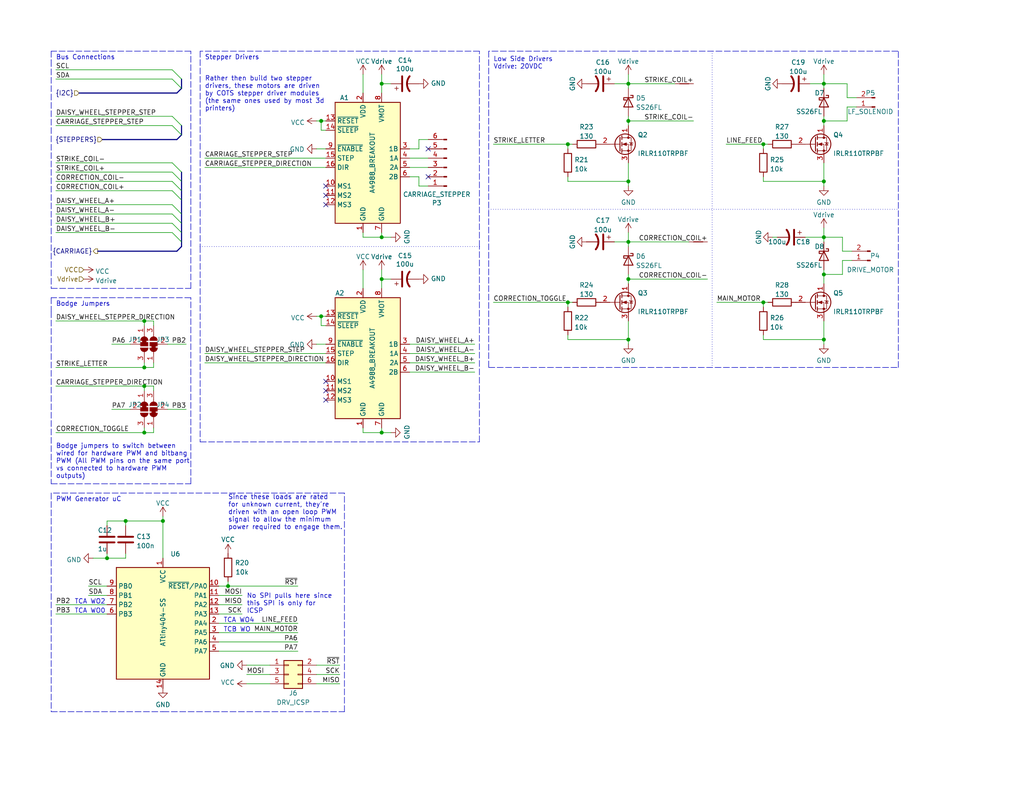
<source format=kicad_sch>
(kicad_sch (version 20211123) (generator eeschema)
  (paper "USLetter")
  (title_block (title "Drivers") (date "2022-07-15") (rev "1.0.0") (company "Zach Anderson"))
  (lib_symbols
    (symbol "Connector:Conn_01x02_Male" (pin_names (offset 1.016) hide)
      (property "Reference" "J" (at 0 2.54 0))
      (property "Value" "Conn_01x02_Male" (at 0 -5.08 0))
      (symbol "Conn_01x02_Male_1_1"
        (polyline (pts (xy 1.27 -2.54) (xy 0.8636 -2.54)) (stroke (width 0.1524)))
        (polyline (pts (xy 1.27 0) (xy 0.8636 0)) (stroke (width 0.1524)))
        (rectangle (start 0.8636 -2.413) (end 0 -2.667) (stroke (width 0.1524)) (fill (type outline)))
        (rectangle (start 0.8636 0.127) (end 0 -0.127) (stroke (width 0.1524)) (fill (type outline)))
        (pin passive line (at 5.08 0 180) (length 3.81) (name "Pin_1") (number "1"))
        (pin passive line (at 5.08 -2.54 180) (length 3.81) (name "Pin_2") (number "2"))
      )
    )
    (symbol "Connector:Conn_01x06_Male" (pin_names (offset 1.016) hide)
      (property "Reference" "J" (at 0 7.62 0))
      (property "Value" "Conn_01x06_Male" (at 0 -10.16 0))
      (symbol "Conn_01x06_Male_1_1"
        (polyline (pts (xy 1.27 -7.62) (xy 0.8636 -7.62)) (stroke (width 0.1524)))
        (polyline (pts (xy 1.27 -5.08) (xy 0.8636 -5.08)) (stroke (width 0.1524)))
        (polyline (pts (xy 1.27 -2.54) (xy 0.8636 -2.54)) (stroke (width 0.1524)))
        (polyline (pts (xy 1.27 0) (xy 0.8636 0)) (stroke (width 0.1524)))
        (polyline (pts (xy 1.27 2.54) (xy 0.8636 2.54)) (stroke (width 0.1524)))
        (polyline (pts (xy 1.27 5.08) (xy 0.8636 5.08)) (stroke (width 0.1524)))
        (rectangle (start 0.8636 -7.493) (end 0 -7.747) (stroke (width 0.1524)) (fill (type outline)))
        (rectangle (start 0.8636 -4.953) (end 0 -5.207) (stroke (width 0.1524)) (fill (type outline)))
        (rectangle (start 0.8636 -2.413) (end 0 -2.667) (stroke (width 0.1524)) (fill (type outline)))
        (rectangle (start 0.8636 0.127) (end 0 -0.127) (stroke (width 0.1524)) (fill (type outline)))
        (rectangle (start 0.8636 2.667) (end 0 2.413) (stroke (width 0.1524)) (fill (type outline)))
        (rectangle (start 0.8636 5.207) (end 0 4.953) (stroke (width 0.1524)) (fill (type outline)))
        (pin passive line (at 5.08 5.08 180) (length 3.81) (name "Pin_1") (number "1"))
        (pin passive line (at 5.08 2.54 180) (length 3.81) (name "Pin_2") (number "2"))
        (pin passive line (at 5.08 0 180) (length 3.81) (name "Pin_3") (number "3"))
        (pin passive line (at 5.08 -2.54 180) (length 3.81) (name "Pin_4") (number "4"))
        (pin passive line (at 5.08 -5.08 180) (length 3.81) (name "Pin_5") (number "5"))
        (pin passive line (at 5.08 -7.62 180) (length 3.81) (name "Pin_6") (number "6"))
      )
    )
    (symbol "Connector_Generic:Conn_02x03_Odd_Even" (pin_names (offset 1.016) hide)
      (property "Reference" "J" (at 1.27 5.08 0))
      (property "Value" "Conn_02x03_Odd_Even" (at 1.27 -5.08 0))
      (symbol "Conn_02x03_Odd_Even_1_1"
        (rectangle (start -1.27 -2.413) (end 0 -2.667) (stroke (width 0.1524)))
        (rectangle (start -1.27 0.127) (end 0 -0.127) (stroke (width 0.1524)))
        (rectangle (start -1.27 2.667) (end 0 2.413) (stroke (width 0.1524)))
        (rectangle (start -1.27 3.81) (end 3.81 -3.81) (stroke (width 0.254)) (fill (type background)))
        (rectangle (start 3.81 -2.413) (end 2.54 -2.667) (stroke (width 0.1524)))
        (rectangle (start 3.81 0.127) (end 2.54 -0.127) (stroke (width 0.1524)))
        (rectangle (start 3.81 2.667) (end 2.54 2.413) (stroke (width 0.1524)))
        (pin passive line (at -5.08 2.54 0) (length 3.81) (name "Pin_1") (number "1"))
        (pin passive line (at 7.62 2.54 180) (length 3.81) (name "Pin_2") (number "2"))
        (pin passive line (at -5.08 0 0) (length 3.81) (name "Pin_3") (number "3"))
        (pin passive line (at 7.62 0 180) (length 3.81) (name "Pin_4") (number "4"))
        (pin passive line (at -5.08 -2.54 0) (length 3.81) (name "Pin_5") (number "5"))
        (pin passive line (at 7.62 -2.54 180) (length 3.81) (name "Pin_6") (number "6"))
      )
    )
    (symbol "Device:C" (pin_numbers hide) (pin_names (offset 0.254))
      (property "Reference" "C" (at 0.635 2.54 0))
      (property "Value" "C" (at 0.635 -2.54 0))
      (symbol "C_0_1"
        (polyline (pts (xy -2.032 -0.762) (xy 2.032 -0.762)) (stroke (width 0.508)))
        (polyline (pts (xy -2.032 0.762) (xy 2.032 0.762)) (stroke (width 0.508)))
      )
      (symbol "C_1_1"
        (pin passive line (at 0 3.81 270) (length 2.794) (name "~") (number "1"))
        (pin passive line (at 0 -3.81 90) (length 2.794) (name "~") (number "2"))
      )
    )
    (symbol "Device:C_Polarized_US" (pin_numbers hide) (pin_names (offset 0.254) hide)
      (property "Reference" "C" (at 0.635 2.54 0))
      (property "Value" "C_Polarized_US" (at 0.635 -2.54 0))
      (symbol "C_Polarized_US_0_1"
        (polyline (pts (xy -2.032 0.762) (xy 2.032 0.762)) (stroke (width 0.508)))
        (polyline (pts (xy -1.778 2.286) (xy -0.762 2.286)))
        (polyline (pts (xy -1.27 1.778) (xy -1.27 2.794)))
        (arc (start 2.032 -1.27) (mid 0 -0.5572) (end -2.032 -1.27) (stroke (width 0.508)))
      )
      (symbol "C_Polarized_US_1_1"
        (pin passive line (at 0 3.81 270) (length 2.794) (name "~") (number "1"))
        (pin passive line (at 0 -3.81 90) (length 3.302) (name "~") (number "2"))
      )
    )
    (symbol "Device:D_Schottky" (pin_numbers hide) (pin_names (offset 1.016) hide)
      (property "Reference" "D" (at 0 2.54 0))
      (property "Value" "D_Schottky" (at 0 -2.54 0))
      (symbol "D_Schottky_0_1"
        (polyline (pts (xy 1.27 0) (xy -1.27 0)))
        (polyline (pts (xy 1.27 1.27) (xy 1.27 -1.27) (xy -1.27 0) (xy 1.27 1.27)) (stroke (width 0.254)))
        (polyline (pts (xy -1.905 0.635) (xy -1.905 1.27) (xy -1.27 1.27) (xy -1.27 -1.27) (xy -0.635 -1.27) (xy -0.635 -0.635)) (stroke (width 0.254)))
      )
      (symbol "D_Schottky_1_1"
        (pin passive line (at -3.81 0 0) (length 2.54) (name "K") (number "1"))
        (pin passive line (at 3.81 0 180) (length 2.54) (name "A") (number "2"))
      )
    )
    (symbol "Device:NetTie_2" (pin_numbers hide) (pin_names (offset 0) hide)
      (property "Reference" "NT" (at 0 1.27 0))
      (property "Value" "NetTie_2" (at 0 -1.27 0))
      (symbol "NetTie_2_0_1"
        (polyline (pts (xy -1.27 0) (xy 1.27 0)) (stroke (width 0.254)))
      )
      (symbol "NetTie_2_1_1"
        (pin passive line (at -2.54 0 0) (length 2.54) (name "1") (number "1"))
        (pin passive line (at 2.54 0 180) (length 2.54) (name "2") (number "2"))
      )
    )
    (symbol "Device:Q_NMOS_DGS" (pin_names (offset 0) hide)
      (property "Reference" "Q" (at 5.08 1.27 0))
      (property "Value" "Q_NMOS_DGS" (at 5.08 -1.27 0))
      (symbol "Q_NMOS_DGS_0_1"
        (polyline (pts (xy 0.254 0) (xy -2.54 0)))
        (polyline (pts (xy 0.254 1.905) (xy 0.254 -1.905)) (stroke (width 0.254)))
        (polyline (pts (xy 0.762 -1.27) (xy 0.762 -2.286)) (stroke (width 0.254)))
        (polyline (pts (xy 0.762 0.508) (xy 0.762 -0.508)) (stroke (width 0.254)))
        (polyline (pts (xy 0.762 2.286) (xy 0.762 1.27)) (stroke (width 0.254)))
        (polyline (pts (xy 2.54 2.54) (xy 2.54 1.778)))
        (polyline (pts (xy 2.54 -2.54) (xy 2.54 0) (xy 0.762 0)))
        (polyline (pts (xy 0.762 -1.778) (xy 3.302 -1.778) (xy 3.302 1.778) (xy 0.762 1.778)))
        (polyline (pts (xy 1.016 0) (xy 2.032 0.381) (xy 2.032 -0.381) (xy 1.016 0)) (fill (type outline)))
        (polyline (pts (xy 2.794 0.508) (xy 2.921 0.381) (xy 3.683 0.381) (xy 3.81 0.254)))
        (polyline (pts (xy 3.302 0.381) (xy 2.921 -0.254) (xy 3.683 -0.254) (xy 3.302 0.381)))
        (circle (center 1.651 0) (radius 2.794) (stroke (width 0.254)))
        (circle (center 2.54 -1.778) (radius 0.254) (fill (type outline)))
        (circle (center 2.54 1.778) (radius 0.254) (fill (type outline)))
      )
      (symbol "Q_NMOS_DGS_1_1"
        (pin passive line (at 2.54 5.08 270) (length 2.54) (name "D") (number "1"))
        (pin input line (at -5.08 0 0) (length 2.54) (name "G") (number "2"))
        (pin passive line (at 2.54 -5.08 90) (length 2.54) (name "S") (number "3"))
      )
    )
    (symbol "Device:R" (pin_numbers hide) (pin_names (offset 0))
      (property "Reference" "R" (at 2.032 0 90))
      (property "Value" "R" (at 0 0 90))
      (symbol "R_0_1"
        (rectangle (start -1.016 -2.54) (end 1.016 2.54) (stroke (width 0.254)))
      )
      (symbol "R_1_1"
        (pin passive line (at 0 3.81 270) (length 1.27) (name "~") (number "1"))
        (pin passive line (at 0 -3.81 90) (length 1.27) (name "~") (number "2"))
      )
    )
    (symbol "Driver_Motor:Pololu_Breakout_A4988"
      (property "Reference" "A" (at -2.54 19.05 0))
      (property "Value" "Pololu_Breakout_A4988" (at -2.54 16.51 0))
      (symbol "Pololu_Breakout_A4988_0_1"
        (rectangle (start 10.16 -17.78) (end -7.62 15.24) (stroke (width 0.254)) (fill (type background)))
      )
      (symbol "Pololu_Breakout_A4988_1_1"
        (pin power_in line (at 0 -20.32 90) (length 2.54) (name "GND") (number "1"))
        (pin input line (at -10.16 -7.62 0) (length 2.54) (name "MS1") (number "10"))
        (pin input line (at -10.16 -10.16 0) (length 2.54) (name "MS2") (number "11"))
        (pin input line (at -10.16 -12.7 0) (length 2.54) (name "MS3") (number "12"))
        (pin input line (at -10.16 10.16 0) (length 2.54) (name "~{RESET}") (number "13"))
        (pin input line (at -10.16 7.62 0) (length 2.54) (name "~{SLEEP}") (number "14"))
        (pin input line (at -10.16 0 0) (length 2.54) (name "STEP") (number "15"))
        (pin input line (at -10.16 -2.54 0) (length 2.54) (name "DIR") (number "16"))
        (pin power_in line (at 0 17.78 270) (length 2.54) (name "VDD") (number "2"))
        (pin output line (at 12.7 2.54 180) (length 2.54) (name "1B") (number "3"))
        (pin output line (at 12.7 0 180) (length 2.54) (name "1A") (number "4"))
        (pin output line (at 12.7 -2.54 180) (length 2.54) (name "2A") (number "5"))
        (pin output line (at 12.7 -5.08 180) (length 2.54) (name "2B") (number "6"))
        (pin power_in line (at 5.08 -20.32 90) (length 2.54) (name "GND") (number "7"))
        (pin power_in line (at 5.08 17.78 270) (length 2.54) (name "VMOT") (number "8"))
        (pin input line (at -10.16 2.54 0) (length 2.54) (name "~{ENABLE}") (number "9"))
      )
    )
    (symbol "Jumper:SolderJumper_3_Bridged12" (pin_names (offset 0) hide)
      (property "Reference" "JP" (at -2.54 -2.54 0))
      (property "Value" "SolderJumper_3_Bridged12" (at 0 2.794 0))
      (symbol "SolderJumper_3_Bridged12_0_1"
        (rectangle (start -1.016 0.508) (end -0.508 -0.508) (fill (type outline)))
        (arc (start -1.016 1.016) (mid -2.032 0) (end -1.016 -1.016))
        (arc (start -1.016 1.016) (mid -2.032 0) (end -1.016 -1.016) (fill (type outline)))
        (rectangle (start -0.508 1.016) (end 0.508 -1.016) (fill (type outline)))
        (polyline (pts (xy -2.54 0) (xy -2.032 0)))
        (polyline (pts (xy -1.016 1.016) (xy -1.016 -1.016)))
        (polyline (pts (xy 0 -1.27) (xy 0 -1.016)))
        (polyline (pts (xy 1.016 1.016) (xy 1.016 -1.016)))
        (polyline (pts (xy 2.54 0) (xy 2.032 0)))
        (arc (start 1.016 -1.016) (mid 2.032 0) (end 1.016 1.016))
        (arc (start 1.016 -1.016) (mid 2.032 0) (end 1.016 1.016) (fill (type outline)))
      )
      (symbol "SolderJumper_3_Bridged12_1_1"
        (pin passive line (at -5.08 0 0) (length 2.54) (name "A") (number "1"))
        (pin passive line (at 0 -3.81 90) (length 2.54) (name "C") (number "2"))
        (pin passive line (at 5.08 0 180) (length 2.54) (name "B") (number "3"))
      )
    )
    (symbol "MCU_Microchip_ATtiny:ATtiny404-SS"
      (property "Reference" "U" (at -12.7 16.51 0))
      (property "Value" "ATtiny404-SS" (at 2.54 -16.51 0))
      (symbol "ATtiny404-SS_0_1"
        (rectangle (start -12.7 -15.24) (end 12.7 15.24) (stroke (width 0.254)) (fill (type background)))
      )
      (symbol "ATtiny404-SS_1_1"
        (pin power_in line (at 0 17.78 270) (length 2.54) (name "VCC") (number "1"))
        (pin bidirectional line (at 15.24 10.16 180) (length 2.54) (name "~{RESET}/PA0") (number "10"))
        (pin bidirectional line (at 15.24 7.62 180) (length 2.54) (name "PA1") (number "11"))
        (pin bidirectional line (at 15.24 5.08 180) (length 2.54) (name "PA2") (number "12"))
        (pin bidirectional line (at 15.24 2.54 180) (length 2.54) (name "PA3") (number "13"))
        (pin power_in line (at 0 -17.78 90) (length 2.54) (name "GND") (number "14"))
        (pin bidirectional line (at 15.24 0 180) (length 2.54) (name "PA4") (number "2"))
        (pin bidirectional line (at 15.24 -2.54 180) (length 2.54) (name "PA5") (number "3"))
        (pin bidirectional line (at 15.24 -5.08 180) (length 2.54) (name "PA6") (number "4"))
        (pin bidirectional line (at 15.24 -7.62 180) (length 2.54) (name "PA7") (number "5"))
        (pin bidirectional line (at -15.24 2.54 0) (length 2.54) (name "PB3") (number "6"))
        (pin bidirectional line (at -15.24 5.08 0) (length 2.54) (name "PB2") (number "7"))
        (pin bidirectional line (at -15.24 7.62 0) (length 2.54) (name "PB1") (number "8"))
        (pin bidirectional line (at -15.24 10.16 0) (length 2.54) (name "PB0") (number "9"))
      )
    )
    (symbol "power:GND" (power) (pin_names (offset 0))
      (property "Value" "GND" (at 0 -3.81 0))
      (symbol "GND_0_1"
        (polyline (pts (xy 0 0) (xy 0 -1.27) (xy 1.27 -1.27) (xy 0 -2.54) (xy -1.27 -1.27) (xy 0 -1.27)))
      )
      (symbol "GND_1_1"
        (pin power_in line (at 0 0 270) (length 0) hide (name "GND") (number "1"))
      )
    )
    (symbol "power:VCC" (power) (pin_names (offset 0))
      (property "Value" "VCC" (at 0 3.81 0))
      (symbol "VCC_0_1"
        (polyline (pts (xy -0.762 1.27) (xy 0 2.54)))
        (polyline (pts (xy 0 0) (xy 0 2.54)))
        (polyline (pts (xy 0 2.54) (xy 0.762 1.27)))
      )
      (symbol "VCC_1_1"
        (pin power_in line (at 0 0 90) (length 0) hide (name "VCC") (number "1"))
      )
    )
    (symbol "power:Vdrive" (power) (pin_names (offset 0))
      (property "Value" "Vdrive" (at 0 3.81 0))
      (symbol "Vdrive_0_1"
        (polyline (pts (xy -0.762 1.27) (xy 0 2.54)))
        (polyline (pts (xy 0 0) (xy 0 2.54)))
        (polyline (pts (xy 0 2.54) (xy 0.762 1.27)))
      )
      (symbol "Vdrive_1_1"
        (pin power_in line (at 0 0 90) (length 0) hide (name "Vdrive") (number "1"))
      )
    )
  )
  (junction (at 171.45 92.71))
  (junction (at 171.45 66.04))
  (junction (at 224.79 22.86))
  (junction (at 104.14 64.77))
  (junction (at 104.14 76.2))
  (junction (at 224.79 74.93))
  (junction (at 39.37 105.41))
  (junction (at 39.37 87.63))
  (junction (at 87.63 33.02))
  (junction (at 154.94 82.55))
  (junction (at 171.45 22.86))
  (junction (at 39.37 118.11))
  (junction (at 104.14 22.86))
  (junction (at 62.23 160.02))
  (junction (at 224.79 49.53))
  (junction (at 224.79 33.02))
  (junction (at 208.28 82.55))
  (junction (at 34.29 142.24))
  (junction (at 224.79 92.71))
  (junction (at 224.79 64.77))
  (junction (at 208.28 39.37))
  (junction (at 171.45 76.2))
  (junction (at 171.45 33.02))
  (junction (at 39.37 100.33))
  (junction (at 29.21 152.4))
  (junction (at 87.63 86.36))
  (junction (at 154.94 39.37))
  (junction (at 171.45 49.53))
  (junction (at 44.45 142.24))
  (junction (at 104.14 118.11))
  (no_connect (at 88.9 104.14))
  (no_connect (at 88.9 109.22))
  (no_connect (at 88.9 55.88))
  (no_connect (at 88.9 106.68))
  (no_connect (at 116.84 48.26))
  (no_connect (at 88.9 53.34))
  (no_connect (at 116.84 40.64))
  (no_connect (at 88.9 50.8))
  (bus_entry (at 46.99 19.05) (size 2.54 2.54))
  (bus_entry (at 46.99 49.53) (size 2.54 2.54))
  (bus_entry (at 46.99 31.75) (size 2.54 2.54))
  (bus_entry (at 46.99 52.07) (size 2.54 2.54))
  (bus_entry (at 46.99 34.29) (size 2.54 2.54))
  (bus_entry (at 46.99 58.42) (size 2.54 2.54))
  (bus_entry (at 46.99 60.96) (size 2.54 2.54))
  (bus_entry (at 46.99 44.45) (size 2.54 2.54))
  (bus_entry (at 46.99 21.59) (size 2.54 2.54))
  (bus_entry (at 46.99 46.99) (size 2.54 2.54))
  (bus_entry (at 46.99 63.5) (size 2.54 2.54))
  (bus_entry (at 46.99 55.88) (size 2.54 2.54))
  (wire (pts (xy 29.21 160.02) (xy 24.13 160.02)))
  (polyline (pts (xy 54.61 67.31) (xy 54.61 120.65)))
  (polyline (pts (xy 130.81 67.31) (xy 130.81 13.97)))
  (wire (pts (xy 50.8 111.76) (xy 45.72 111.76)))
  (wire (pts (xy 171.45 33.02) (xy 189.23 33.02)))
  (wire (pts (xy 167.64 22.86) (xy 171.45 22.86)))
  (wire (pts (xy 171.45 22.86) (xy 184.15 22.86)))
  (wire (pts (xy 50.8 93.98) (xy 45.72 93.98)))
  (wire (pts (xy 99.06 73.66) (xy 99.06 78.74)))
  (wire (pts (xy 208.28 82.55) (xy 208.28 83.82)))
  (wire (pts (xy 224.79 73.66) (xy 224.79 74.93)))
  (wire (pts (xy 15.24 46.99) (xy 46.99 46.99)))
  (wire (pts (xy 87.63 88.9) (xy 87.63 86.36)))
  (bus (pts (xy 49.53 67.31) (xy 48.26 68.58)))
  (wire (pts (xy 29.21 152.4) (xy 29.21 151.13)))
  (wire (pts (xy 59.69 160.02) (xy 62.23 160.02)))
  (wire (pts (xy 15.24 60.96) (xy 46.99 60.96)))
  (wire (pts (xy 208.28 39.37) (xy 208.28 40.64)))
  (polyline (pts (xy 52.07 132.08) (xy 52.07 81.28)))
  (wire (pts (xy 15.24 118.11) (xy 39.37 118.11)))
  (wire (pts (xy 104.14 76.2) (xy 106.68 76.2)))
  (wire (pts (xy 154.94 48.26) (xy 154.94 49.53)))
  (wire (pts (xy 114.3 50.8) (xy 116.84 50.8)))
  (polyline (pts (xy 133.35 100.33) (xy 245.11 100.33)))
  (wire (pts (xy 114.3 48.26) (xy 114.3 50.8)))
  (wire (pts (xy 99.06 118.11) (xy 104.14 118.11)))
  (wire (pts (xy 171.45 31.75) (xy 171.45 33.02)))
  (wire (pts (xy 171.45 66.04) (xy 187.96 66.04)))
  (bus (pts (xy 49.53 60.96) (xy 49.53 63.5)))
  (wire (pts (xy 224.79 62.23) (xy 224.79 64.77)))
  (polyline (pts (xy 93.98 194.31) (xy 93.98 134.62)))
  (polyline (pts (xy 133.35 13.97) (xy 133.35 100.33)))
  (wire (pts (xy 233.68 26.67) (xy 231.14 26.67)))
  (wire (pts (xy 171.45 93.98) (xy 171.45 92.71)))
  (wire (pts (xy 41.91 118.11) (xy 41.91 116.84)))
  (wire (pts (xy 104.14 22.86) (xy 106.68 22.86)))
  (wire (pts (xy 86.36 186.69) (xy 92.71 186.69)))
  (wire (pts (xy 55.88 45.72) (xy 88.9 45.72)))
  (polyline (pts (xy 52.07 81.28) (xy 13.97 81.28)))
  (wire (pts (xy 41.91 88.9) (xy 41.91 87.63)))
  (wire (pts (xy 34.29 151.13) (xy 34.29 152.4)))
  (polyline (pts (xy 93.98 134.62) (xy 13.97 134.62)))
  (polyline (pts (xy 13.97 13.97) (xy 13.97 16.51)))
  (wire (pts (xy 232.41 68.58) (xy 229.87 68.58)))
  (wire (pts (xy 114.3 38.1) (xy 116.84 38.1)))
  (wire (pts (xy 171.45 76.2) (xy 171.45 77.47)))
  (bus (pts (xy 49.53 63.5) (xy 49.53 66.04)))
  (wire (pts (xy 212.09 64.77) (xy 210.82 64.77)))
  (wire (pts (xy 29.21 143.51) (xy 29.21 142.24)))
  (wire (pts (xy 208.28 48.26) (xy 208.28 49.53)))
  (wire (pts (xy 171.45 33.02) (xy 171.45 34.29)))
  (polyline (pts (xy 170.18 13.97) (xy 245.11 13.97)))
  (wire (pts (xy 224.79 74.93) (xy 224.79 77.47)))
  (polyline (pts (xy 130.81 120.65) (xy 130.81 67.31)))
  (wire (pts (xy 231.14 33.02) (xy 231.14 29.21)))
  (wire (pts (xy 111.76 96.52) (xy 129.54 96.52)))
  (wire (pts (xy 87.63 86.36) (xy 88.9 86.36)))
  (wire (pts (xy 86.36 181.61) (xy 92.71 181.61)))
  (wire (pts (xy 34.29 142.24) (xy 34.29 143.51)))
  (wire (pts (xy 224.79 87.63) (xy 224.79 92.71)))
  (wire (pts (xy 99.06 116.84) (xy 99.06 118.11)))
  (wire (pts (xy 86.36 184.15) (xy 92.71 184.15)))
  (wire (pts (xy 224.79 31.75) (xy 224.79 33.02)))
  (wire (pts (xy 15.24 49.53) (xy 46.99 49.53)))
  (wire (pts (xy 15.24 52.07) (xy 46.99 52.07)))
  (wire (pts (xy 224.79 33.02) (xy 224.79 34.29)))
  (wire (pts (xy 88.9 88.9) (xy 87.63 88.9)))
  (wire (pts (xy 171.45 66.04) (xy 171.45 67.31)))
  (polyline (pts (xy 245.11 100.33) (xy 245.11 13.97)))
  (wire (pts (xy 86.36 86.36) (xy 87.63 86.36)))
  (wire (pts (xy 59.69 170.18) (xy 81.28 170.18)))
  (wire (pts (xy 104.14 73.66) (xy 104.14 76.2)))
  (wire (pts (xy 15.24 31.75) (xy 46.99 31.75)))
  (wire (pts (xy 111.76 40.64) (xy 114.3 40.64)))
  (wire (pts (xy 15.24 58.42) (xy 46.99 58.42)))
  (wire (pts (xy 224.79 22.86) (xy 224.79 24.13)))
  (wire (pts (xy 99.06 63.5) (xy 99.06 64.77)))
  (wire (pts (xy 59.69 177.8) (xy 81.28 177.8)))
  (wire (pts (xy 229.87 71.12) (xy 232.41 71.12)))
  (bus (pts (xy 49.53 36.83) (xy 48.26 38.1)))
  (polyline (pts (xy 13.97 81.28) (xy 13.97 85.09)))
  (wire (pts (xy 104.14 22.86) (xy 104.14 25.4)))
  (polyline (pts (xy 170.18 13.97) (xy 133.35 13.97)))
  (polyline (pts (xy 13.97 194.31) (xy 44.45 194.31)))
  (wire (pts (xy 224.79 64.77) (xy 229.87 64.77)))
  (wire (pts (xy 154.94 39.37) (xy 154.94 40.64)))
  (wire (pts (xy 15.24 100.33) (xy 39.37 100.33)))
  (wire (pts (xy 88.9 35.56) (xy 87.63 35.56)))
  (polyline (pts (xy 13.97 134.62) (xy 13.97 194.31)))
  (wire (pts (xy 171.45 20.32) (xy 171.45 22.86)))
  (wire (pts (xy 220.98 22.86) (xy 224.79 22.86)))
  (wire (pts (xy 171.45 22.86) (xy 171.45 24.13)))
  (bus (pts (xy 49.53 34.29) (xy 49.53 36.83)))
  (wire (pts (xy 34.29 152.4) (xy 29.21 152.4)))
  (wire (pts (xy 229.87 74.93) (xy 229.87 71.12)))
  (wire (pts (xy 231.14 22.86) (xy 224.79 22.86)))
  (wire (pts (xy 30.48 93.98) (xy 35.56 93.98)))
  (wire (pts (xy 171.45 63.5) (xy 171.45 66.04)))
  (wire (pts (xy 86.36 40.64) (xy 88.9 40.64)))
  (wire (pts (xy 231.14 29.21) (xy 233.68 29.21)))
  (wire (pts (xy 154.94 82.55) (xy 154.94 83.82)))
  (wire (pts (xy 59.69 175.26) (xy 81.28 175.26)))
  (polyline (pts (xy 130.81 13.97) (xy 54.61 13.97)))
  (polyline (pts (xy 194.31 13.97) (xy 194.31 100.33)) (stroke (width 0) (type dot)))
  (polyline (pts (xy 13.97 78.74) (xy 52.07 78.74)))
  (wire (pts (xy 208.28 49.53) (xy 224.79 49.53)))
  (wire (pts (xy 59.69 162.56) (xy 66.04 162.56)))
  (wire (pts (xy 224.79 33.02) (xy 231.14 33.02)))
  (wire (pts (xy 231.14 26.67) (xy 231.14 22.86)))
  (wire (pts (xy 55.88 43.18) (xy 88.9 43.18)))
  (wire (pts (xy 208.28 91.44) (xy 208.28 92.71)))
  (wire (pts (xy 62.23 158.75) (xy 62.23 160.02)))
  (wire (pts (xy 154.94 92.71) (xy 171.45 92.71)))
  (polyline (pts (xy 133.35 57.15) (xy 245.11 57.15)) (stroke (width 0) (type dot)))
  (wire (pts (xy 34.29 142.24) (xy 44.45 142.24)))
  (polyline (pts (xy 54.61 13.97) (xy 54.61 67.31)))
  (wire (pts (xy 67.31 186.69) (xy 73.66 186.69)))
  (wire (pts (xy 30.48 111.76) (xy 35.56 111.76)))
  (wire (pts (xy 224.79 74.93) (xy 229.87 74.93)))
  (polyline (pts (xy 52.07 78.74) (xy 52.07 13.97)))
  (wire (pts (xy 41.91 106.68) (xy 41.91 105.41)))
  (wire (pts (xy 29.21 142.24) (xy 34.29 142.24)))
  (wire (pts (xy 15.24 21.59) (xy 46.99 21.59)))
  (wire (pts (xy 111.76 48.26) (xy 114.3 48.26)))
  (wire (pts (xy 44.45 142.24) (xy 44.45 152.4)))
  (wire (pts (xy 104.14 64.77) (xy 106.68 64.77)))
  (wire (pts (xy 208.28 39.37) (xy 209.55 39.37)))
  (bus (pts (xy 49.53 66.04) (xy 49.53 67.31)))
  (wire (pts (xy 171.45 44.45) (xy 171.45 49.53)))
  (wire (pts (xy 111.76 93.98) (xy 129.54 93.98)))
  (wire (pts (xy 39.37 105.41) (xy 41.91 105.41)))
  (wire (pts (xy 39.37 88.9) (xy 39.37 87.63)))
  (bus (pts (xy 48.26 68.58) (xy 26.67 68.58)))
  (wire (pts (xy 39.37 106.68) (xy 39.37 105.41)))
  (wire (pts (xy 15.24 87.63) (xy 39.37 87.63)))
  (wire (pts (xy 25.4 152.4) (xy 29.21 152.4)))
  (wire (pts (xy 59.69 167.64) (xy 66.04 167.64)))
  (wire (pts (xy 154.94 91.44) (xy 154.94 92.71)))
  (wire (pts (xy 111.76 101.6) (xy 129.54 101.6)))
  (wire (pts (xy 224.79 64.77) (xy 224.79 66.04)))
  (wire (pts (xy 15.24 167.64) (xy 29.21 167.64)))
  (wire (pts (xy 171.45 87.63) (xy 171.45 92.71)))
  (wire (pts (xy 219.71 64.77) (xy 224.79 64.77)))
  (wire (pts (xy 134.62 82.55) (xy 154.94 82.55)))
  (wire (pts (xy 15.24 19.05) (xy 46.99 19.05)))
  (bus (pts (xy 49.53 46.99) (xy 49.53 49.53)))
  (bus (pts (xy 49.53 21.59) (xy 49.53 24.13)))
  (wire (pts (xy 198.12 39.37) (xy 208.28 39.37)))
  (polyline (pts (xy 130.81 67.31) (xy 54.61 67.31)) (stroke (width 0) (type dot)))
  (bus (pts (xy 49.53 52.07) (xy 49.53 54.61)))
  (polyline (pts (xy 52.07 13.97) (xy 13.97 13.97)))
  (wire (pts (xy 39.37 116.84) (xy 39.37 118.11)))
  (wire (pts (xy 208.28 92.71) (xy 224.79 92.71)))
  (wire (pts (xy 167.64 66.04) (xy 171.45 66.04)))
  (wire (pts (xy 208.28 82.55) (xy 209.55 82.55)))
  (wire (pts (xy 154.94 82.55) (xy 156.21 82.55)))
  (wire (pts (xy 15.24 55.88) (xy 46.99 55.88)))
  (wire (pts (xy 59.69 165.1) (xy 66.04 165.1)))
  (wire (pts (xy 99.06 64.77) (xy 104.14 64.77)))
  (bus (pts (xy 49.53 54.61) (xy 49.53 58.42)))
  (bus (pts (xy 49.53 49.53) (xy 49.53 52.07)))
  (wire (pts (xy 111.76 99.06) (xy 129.54 99.06)))
  (wire (pts (xy 111.76 45.72) (xy 116.84 45.72)))
  (wire (pts (xy 39.37 118.11) (xy 41.91 118.11)))
  (wire (pts (xy 104.14 20.32) (xy 104.14 22.86)))
  (wire (pts (xy 224.79 50.8) (xy 224.79 49.53)))
  (wire (pts (xy 154.94 49.53) (xy 171.45 49.53)))
  (wire (pts (xy 15.24 63.5) (xy 46.99 63.5)))
  (polyline (pts (xy 102.87 120.65) (xy 130.81 120.65)))
  (wire (pts (xy 104.14 76.2) (xy 104.14 78.74)))
  (wire (pts (xy 86.36 33.02) (xy 87.63 33.02)))
  (wire (pts (xy 111.76 43.18) (xy 116.84 43.18)))
  (wire (pts (xy 99.06 20.32) (xy 99.06 25.4)))
  (wire (pts (xy 104.14 116.84) (xy 104.14 118.11)))
  (wire (pts (xy 154.94 39.37) (xy 156.21 39.37)))
  (wire (pts (xy 15.24 105.41) (xy 39.37 105.41)))
  (polyline (pts (xy 54.61 120.65) (xy 102.87 120.65)))
  (wire (pts (xy 62.23 160.02) (xy 81.28 160.02)))
  (wire (pts (xy 134.62 39.37) (xy 154.94 39.37)))
  (polyline (pts (xy 13.97 85.09) (xy 13.97 132.08)))
  (wire (pts (xy 171.45 74.93) (xy 171.45 76.2)))
  (bus (pts (xy 48.26 38.1) (xy 27.94 38.1)))
  (bus (pts (xy 49.53 24.13) (xy 48.26 25.4)))
  (wire (pts (xy 86.36 93.98) (xy 88.9 93.98)))
  (bus (pts (xy 48.26 25.4) (xy 21.59 25.4)))
  (wire (pts (xy 55.88 99.06) (xy 88.9 99.06)))
  (polyline (pts (xy 44.45 194.31) (xy 93.98 194.31)))
  (wire (pts (xy 171.45 76.2) (xy 193.04 76.2)))
  (wire (pts (xy 39.37 99.06) (xy 39.37 100.33)))
  (polyline (pts (xy 13.97 132.08) (xy 52.07 132.08)))
  (wire (pts (xy 15.24 165.1) (xy 29.21 165.1)))
  (wire (pts (xy 67.31 184.15) (xy 73.66 184.15)))
  (wire (pts (xy 114.3 40.64) (xy 114.3 38.1)))
  (wire (pts (xy 41.91 100.33) (xy 41.91 99.06)))
  (wire (pts (xy 171.45 50.8) (xy 171.45 49.53)))
  (bus (pts (xy 49.53 58.42) (xy 49.53 60.96)))
  (wire (pts (xy 15.24 34.29) (xy 46.99 34.29)))
  (wire (pts (xy 55.88 96.52) (xy 88.9 96.52)))
  (wire (pts (xy 229.87 68.58) (xy 229.87 64.77)))
  (wire (pts (xy 224.79 44.45) (xy 224.79 49.53)))
  (wire (pts (xy 104.14 118.11) (xy 106.68 118.11)))
  (wire (pts (xy 87.63 35.56) (xy 87.63 33.02)))
  (wire (pts (xy 195.58 82.55) (xy 208.28 82.55)))
  (wire (pts (xy 224.79 93.98) (xy 224.79 92.71)))
  (wire (pts (xy 29.21 162.56) (xy 24.13 162.56)))
  (wire (pts (xy 59.69 172.72) (xy 81.28 172.72)))
  (wire (pts (xy 39.37 87.63) (xy 41.91 87.63)))
  (wire (pts (xy 44.45 142.24) (xy 44.45 140.97)))
  (wire (pts (xy 104.14 63.5) (xy 104.14 64.77)))
  (wire (pts (xy 67.31 181.61) (xy 73.66 181.61)))
  (wire (pts (xy 224.79 20.32) (xy 224.79 22.86)))
  (wire (pts (xy 15.24 44.45) (xy 46.99 44.45)))
  (polyline (pts (xy 13.97 16.51) (xy 13.97 78.74)))
  (wire (pts (xy 87.63 33.02) (xy 88.9 33.02)))
  (wire (pts (xy 39.37 100.33) (xy 41.91 100.33)))
  (text "TCB WO" (at 60.96 172.72 0) (effects (font (size 1.27 1.27)) (justify left bottom)))
  (text "Rather then build two stepper\ndrivers, these motors are driven\nby COTS stepper driver modules\n(the same ones used by most 3d\nprinters)" (at 55.88 30.48 0) (effects (font (size 1.27 1.27)) (justify left bottom)))
  (text "TCA WO4" (at 60.96 170.18 0) (effects (font (size 1.27 1.27)) (justify left bottom)))
  (text "TCA WO0" (at 20.32 167.64 0) (effects (font (size 1.27 1.27)) (justify left bottom)))
  (text "Bodge Jumpers" (at 15.24 83.82 0) (effects (font (size 1.27 1.27)) (justify left bottom)))
  (text "Stepper Drivers" (at 55.88 16.51 0) (effects (font (size 1.27 1.27)) (justify left bottom)))
  (text "No SPI pulls here since\nthis SPI is only for\nICSP" (at 67.31 167.64 0) (effects (font (size 1.27 1.27)) (justify left bottom)))
  (text "Bodge jumpers to switch between\nwired for hardware PWM and bitbang\nPWM (All PWM pins on the same port\nvs connected to hardware PWM\noutputs)" (at 15.24 130.81 0) (effects (font (size 1.27 1.27)) (justify left bottom)))
  (text "Low Side Drivers\nVdrive: 20VDC\n" (at 134.62 19.05 0) (effects (font (size 1.27 1.27)) (justify left bottom)))
  (text "PWM Generator uC" (at 15.24 137.16 0) (effects (font (size 1.27 1.27)) (justify left bottom)))
  (text "TCA WO2" (at 20.32 165.1 0) (effects (font (size 1.27 1.27)) (justify left bottom)))
  (text "Since these loads are rated\nfor unknown current, they're\ndriven with an open loop PWM\nsignal to allow the minimum\npower required to engage them." (at 62.23 144.78 0) (effects (font (size 1.27 1.27)) (justify left bottom)))
  (text "Bus Connections" (at 15.24 16.51 0) (effects (font (size 1.27 1.27)) (justify left bottom)))
  (label "DAISY_WHEEL_B+" (at 129.54 99.06 180))
  (label "STRIKE_COIL-" (at 15.24 44.45 0))
  (label "STRIKE_COIL+" (at 189.23 22.86 180))
  (label "~{RST}" (at 81.28 160.02 180))
  (label "PB2" (at 15.24 165.1 0))
  (label "PA7" (at 30.48 111.76 0))
  (label "CARRIAGE_STEPPER_STEP" (at 15.24 34.29 0))
  (label "DAISY_WHEEL_A+" (at 129.54 93.98 180))
  (label "PB3" (at 50.8 111.76 180))
  (label "CARRIAGE_STEPPER_DIRECTION" (at 55.88 45.72 0))
  (label "SDA" (at 24.13 162.56 0))
  (label "~{RST}" (at 92.71 181.61 180))
  (label "DAISY_WHEEL_B-" (at 129.54 101.6 180))
  (label "DAISY_WHEEL_B+" (at 15.24 60.96 0))
  (label "MAIN_MOTOR" (at 81.28 172.72 180))
  (label "LINE_FEED" (at 81.28 170.18 180))
  (label "DAISY_WHEEL_STEPPER_STEP" (at 15.24 31.75 0))
  (label "CARRIAGE_STEPPER_STEP" (at 55.88 43.18 0))
  (label "DAISY_WHEEL_STEPPER_STEP" (at 55.88 96.52 0))
  (label "STRIKE_COIL-" (at 189.23 33.02 180))
  (label "CORRECTION_TOGGLE" (at 15.24 118.11 0))
  (label "DAISY_WHEEL_A-" (at 129.54 96.52 180))
  (label "DAISY_WHEEL_B-" (at 15.24 63.5 0))
  (label "SDA" (at 15.24 21.59 0))
  (label "DAISY_WHEEL_STEPPER_DIRECTION" (at 15.24 87.63 0))
  (label "PA6" (at 30.48 93.98 0))
  (label "MAIN_MOTOR" (at 195.58 82.55 0))
  (label "DAISY_WHEEL_STEPPER_DIRECTION" (at 55.88 99.06 0))
  (label "CORRECTION_TOGGLE" (at 134.62 82.55 0))
  (label "MOSI" (at 66.04 162.56 180))
  (label "CORRECTION_COIL-" (at 15.24 49.53 0))
  (label "SCK" (at 66.04 167.64 180))
  (label "MISO" (at 66.04 165.1 180))
  (label "PB2" (at 50.8 93.98 180))
  (label "SCK" (at 92.71 184.15 180))
  (label "LINE_FEED" (at 198.12 39.37 0))
  (label "STRIKE_LETTER" (at 134.62 39.37 0))
  (label "CORRECTION_COIL+" (at 15.24 52.07 0))
  (label "PA6" (at 81.28 175.26 180))
  (label "MISO" (at 92.71 186.69 180))
  (label "CORRECTION_COIL+" (at 193.04 66.04 180))
  (label "CARRIAGE_STEPPER_DIRECTION" (at 15.24 105.41 0))
  (label "STRIKE_COIL+" (at 15.24 46.99 0))
  (label "CORRECTION_COIL-" (at 193.04 76.2 180))
  (label "MOSI" (at 67.31 184.15 0))
  (label "STRIKE_LETTER" (at 15.24 100.33 0))
  (label "DAISY_WHEEL_A+" (at 15.24 55.88 0))
  (label "DAISY_WHEEL_A-" (at 15.24 58.42 0))
  (label "PA7" (at 81.28 177.8 180))
  (label "PB3" (at 15.24 167.64 0))
  (label "SCL" (at 15.24 19.05 0))
  (label "SCL" (at 24.13 160.02 0))
  (hierarchical_label "{STEPPERS}" (shape input) (at 27.94 38.1 180))
  (hierarchical_label "VCC" (shape input) (at 22.86 73.66 180))
  (hierarchical_label "Vdrive" (shape input) (at 22.86 76.2 180))
  (hierarchical_label "{CARRIAGE}" (shape output) (at 26.67 68.58 180))
  (hierarchical_label "{I2C}" (shape input) (at 21.59 25.4 180))
  (symbol (lib_id "Connector:Conn_01x02_Male") (at 238.76 29.21 180) (unit 1)
    (property "Reference" "P5" (at 237.49 25.4 0))
    (property "Value" "LF_SOLENOID" (at 237.49 30.48 0))
  )
  (symbol (lib_id "Connector:Conn_01x02_Male") (at 237.49 71.12 180) (unit 1)
    (property "Reference" "P4" (at 238.76 69.85 0))
    (property "Value" "DRIVE_MOTOR" (at 237.49 73.66 0))
  )
  (symbol (lib_id "Jumper:SolderJumper_3_Bridged12") (at 41.91 111.76 90) (unit 1)
    (property "Reference" "JP4" (at 44.45 110.49 90))
    (property "Value" "SolderJumper_3_Bridged12" (effects hide))
  )
  (symbol (lib_id "power:GND") (at 224.79 50.8 0) (unit 1)
    (property "Reference" "#PWR079" (effects hide))
    (property "Value" "GND" (at 224.79 55.2434 0))
  )
  (symbol (lib_id "power:Vdrive") (at 224.79 62.23 0) (unit 1)
    (property "Reference" "#PWR080" (effects hide))
    (property "Value" "Vdrive" (at 224.79 58.6542 0))
  )
  (symbol (lib_id "power:GND") (at 171.45 50.8 0) (unit 1)
    (property "Reference" "#PWR073" (effects hide))
    (property "Value" "GND" (at 171.45 55.2434 0))
  )
  (symbol (lib_id "power:GND") (at 106.68 64.77 90) (unit 1)
    (property "Reference" "#PWR066" (effects hide))
    (property "Value" "GND" (at 111.0742 64.643 0))
  )
  (symbol (lib_id "Device:Q_NMOS_DGS") (at 222.25 82.55 0) (unit 1)
    (property "Reference" "Q5" (at 227.33 80.01 0) (effects (justify left)))
    (property "Value" "IRLR110TRPBF" (at 227.33 85.09 0) (effects (justify left)))
    (property "Datasheet" "https://www.vishay.com/docs/91323/sihlr110.pdf" (effects hide))
  )
  (symbol (lib_id "Device:C") (at 29.21 147.32 0) (unit 1)
    (property "Reference" "C12" (at 26.67 144.78 0) (effects (justify left)))
    (property "Value" "1u" (at 26.67 149.86 0) (effects (justify left)))
  )
  (symbol (lib_id "power:VCC") (at 44.45 140.97 0) (unit 1)
    (property "Reference" "#PWR053" (effects hide))
    (property "Value" "VCC" (at 44.45 137.3942 0))
  )
  (symbol (lib_id "Device:Q_NMOS_DGS") (at 222.25 39.37 0) (unit 1)
    (property "Reference" "Q4" (at 227.33 36.83 0) (effects (justify left)))
    (property "Value" "IRLR110TRPBF" (at 227.33 41.91 0) (effects (justify left)))
    (property "Datasheet" "https://www.vishay.com/docs/91323/sihlr110.pdf" (effects hide))
  )
  (symbol (lib_id "power:Vdrive") (at 171.45 20.32 0) (unit 1)
    (property "Reference" "#PWR072" (effects hide))
    (property "Value" "Vdrive" (at 171.45 16.7442 0))
  )
  (symbol (lib_id "Device:Q_NMOS_DGS") (at 168.91 39.37 0) (unit 1)
    (property "Reference" "Q2" (at 173.99 36.83 0) (effects (justify left)))
    (property "Value" "IRLR110TRPBF" (at 173.99 41.91 0) (effects (justify left)))
    (property "Datasheet" "https://www.vishay.com/docs/91323/sihlr110.pdf" (effects hide))
  )
  (symbol (lib_id "power:GND") (at 25.4 152.4 270) (unit 1)
    (property "Reference" "#PWR052" (effects hide))
    (property "Value" "GND" (at 22.2251 152.8338 90) (effects (justify right)))
  )
  (symbol (lib_id "Device:R") (at 160.02 82.55 90) (unit 1)
    (property "Reference" "R24" (at 160.02 77.8342 90))
    (property "Value" "130" (at 160.02 80.3711 90))
  )
  (symbol (lib_id "power:Vdrive") (at 22.86 76.2 270) (unit 1)
    (property "Reference" "#PWR051" (effects hide))
    (property "Value" "Vdrive" (at 26.035 76.6338 90) (effects (justify left)))
  )
  (symbol (lib_id "power:VCC") (at 99.06 20.32 0) (unit 1)
    (property "Reference" "#PWR062" (effects hide))
    (property "Value" "VCC" (at 99.06 16.7442 0))
  )
  (symbol (lib_id "power:VCC") (at 67.31 186.69 90) (unit 1)
    (property "Reference" "#PWR057" (effects hide))
    (property "Value" "VCC" (at 64.0842 186.309 90) (effects (justify left)))
  )
  (symbol (lib_id "Device:NetTie_2") (at 186.69 22.86 0) (unit 1)
    (property "Reference" "NT2" (effects hide))
    (property "Value" "NetTie_2" (effects hide))
  )
  (symbol (lib_id "Device:D_Schottky") (at 224.79 69.85 270) (unit 1)
    (property "Reference" "D8" (at 222.25 67.31 90) (effects (justify left)))
    (property "Value" "SS26FL" (at 217.17 72.39 90) (effects (justify left)))
    (property "Datasheet" "https://www.onsemi.com/pdf/datasheet/ss26fl-d.pdf" (effects hide))
  )
  (symbol (lib_id "power:GND") (at 86.36 40.64 270) (unit 1)
    (property "Reference" "#PWR059" (effects hide))
    (property "Value" "GND" (at 83.1088 40.767 90) (effects (justify right)))
  )
  (symbol (lib_id "Connector:Conn_01x06_Male") (at 121.92 45.72 180) (unit 1)
    (property "Reference" "P3" (at 119.1768 55.3974 0))
    (property "Value" "CARRIAGE_STEPPER" (at 119.1768 53.086 0))
  )
  (symbol (lib_id "Device:C_Polarized_US") (at 163.83 66.04 270) (unit 1)
    (property "Reference" "C17" (at 164.465 60.1812 90))
    (property "Value" "100u" (at 164.465 62.7181 90))
  )
  (symbol (lib_id "power:GND") (at 213.36 22.86 270) (unit 1)
    (property "Reference" "#PWR077" (effects hide))
    (property "Value" "GND" (at 209.55 22.86 0))
  )
  (symbol (lib_id "Device:NetTie_2") (at 190.5 66.04 0) (unit 1)
    (property "Reference" "NT3" (effects hide))
    (property "Value" "NetTie_2" (effects hide))
  )
  (symbol (lib_id "Device:R") (at 62.23 154.94 180) (unit 1)
    (property "Reference" "R20" (at 66.04 153.67 0))
    (property "Value" "10k" (at 66.04 156.21 0))
  )
  (symbol (lib_id "power:GND") (at 86.36 93.98 270) (unit 1)
    (property "Reference" "#PWR061" (effects hide))
    (property "Value" "GND" (at 83.1088 94.107 90) (effects (justify right)))
  )
  (symbol (lib_id "Connector_Generic:Conn_02x03_Odd_Even") (at 78.74 184.15 0) (unit 1)
    (property "Reference" "J6" (at 80.01 189.23 0))
    (property "Value" "DRV_ICSP" (at 80.01 191.77 0))
  )
  (symbol (lib_id "Driver_Motor:Pololu_Breakout_A4988") (at 99.06 96.52 0) (unit 1)
    (property "Reference" "A2" (at 92.71 80.01 0))
    (property "Value" "A4988_BREAKOUT" (at 101.6 97.79 90))
    (property "Footprint" "Module:Pololu_Breakout-16_15.2x20.3mm" (effects hide))
    (property "Datasheet" "https://www.pololu.com/product/2980/pictures" (effects hide))
  )
  (symbol (lib_id "Device:C_Polarized_US") (at 110.49 22.86 90) (unit 1)
    (property "Reference" "C14" (at 110.49 16.4592 90))
    (property "Value" "100u" (at 110.49 18.7706 90))
  )
  (symbol (lib_id "Device:R") (at 154.94 44.45 0) (unit 1)
    (property "Reference" "R21" (at 156.718 43.6153 0) (effects (justify left)))
    (property "Value" "10k" (at 156.718 46.1522 0) (effects (justify left)))
  )
  (symbol (lib_id "power:GND") (at 160.02 66.04 270) (unit 1)
    (property "Reference" "#PWR071" (effects hide))
    (property "Value" "GND" (at 156.21 66.04 0))
  )
  (symbol (lib_id "power:VCC") (at 99.06 73.66 0) (unit 1)
    (property "Reference" "#PWR063" (effects hide))
    (property "Value" "VCC" (at 99.06 70.0842 0))
  )
  (symbol (lib_id "Driver_Motor:Pololu_Breakout_A4988") (at 99.06 43.18 0) (unit 1)
    (property "Reference" "A1" (at 93.98 26.67 0))
    (property "Value" "A4988_BREAKOUT" (at 101.6 44.45 90))
    (property "Footprint" "Module:Pololu_Breakout-16_15.2x20.3mm" (effects hide))
    (property "Datasheet" "https://www.pololu.com/product/2980/pictures" (effects hide))
  )
  (symbol (lib_id "power:GND") (at 210.82 64.77 270) (unit 1)
    (property "Reference" "#PWR076" (effects hide))
    (property "Value" "GND" (at 207.01 64.77 0))
  )
  (symbol (lib_id "power:Vdrive") (at 104.14 20.32 0) (unit 1)
    (property "Reference" "#PWR064" (effects hide))
    (property "Value" "Vdrive" (at 104.14 16.7442 0))
  )
  (symbol (lib_id "Device:R") (at 213.36 39.37 90) (unit 1)
    (property "Reference" "R27" (at 213.36 34.6542 90))
    (property "Value" "130" (at 213.36 37.1911 90))
  )
  (symbol (lib_id "power:GND") (at 44.45 187.96 0) (unit 1)
    (property "Reference" "#PWR054" (effects hide))
    (property "Value" "GND" (at 44.45 192.4034 0))
  )
  (symbol (lib_id "Device:Q_NMOS_DGS") (at 168.91 82.55 0) (unit 1)
    (property "Reference" "Q3" (at 173.99 80.01 0) (effects (justify left)))
    (property "Value" "IRLR110TRPBF" (at 173.99 85.09 0) (effects (justify left)))
    (property "Datasheet" "https://www.vishay.com/docs/91323/sihlr110.pdf" (effects hide))
  )
  (symbol (lib_id "power:GND") (at 160.02 22.86 270) (unit 1)
    (property "Reference" "#PWR070" (effects hide))
    (property "Value" "GND" (at 156.21 22.86 0))
  )
  (symbol (lib_id "power:VCC") (at 86.36 33.02 90) (unit 1)
    (property "Reference" "#PWR058" (effects hide))
    (property "Value" "VCC" (at 83.185 33.4538 90) (effects (justify left)))
  )
  (symbol (lib_id "power:GND") (at 114.3 22.86 90) (unit 1)
    (property "Reference" "#PWR068" (effects hide))
    (property "Value" "GND" (at 117.5512 22.733 90) (effects (justify right)))
  )
  (symbol (lib_id "Device:R") (at 208.28 44.45 0) (unit 1)
    (property "Reference" "R25" (at 210.058 43.6153 0) (effects (justify left)))
    (property "Value" "10k" (at 210.058 46.1522 0) (effects (justify left)))
  )
  (symbol (lib_id "Device:R") (at 208.28 87.63 0) (unit 1)
    (property "Reference" "R26" (at 210.058 86.7953 0) (effects (justify left)))
    (property "Value" "10k" (at 210.058 89.3322 0) (effects (justify left)))
  )
  (symbol (lib_id "power:VCC") (at 22.86 73.66 270) (unit 1)
    (property "Reference" "#PWR050" (effects hide))
    (property "Value" "VCC" (at 26.035 74.0938 90) (effects (justify left)))
  )
  (symbol (lib_id "Jumper:SolderJumper_3_Bridged12") (at 39.37 111.76 270) (unit 1)
    (property "Reference" "JP2" (at 36.83 110.49 90))
    (property "Value" "SolderJumper_3_Bridged12" (effects hide))
  )
  (symbol (lib_id "Device:R") (at 160.02 39.37 90) (unit 1)
    (property "Reference" "R23" (at 160.02 34.6542 90))
    (property "Value" "130" (at 160.02 37.1911 90))
  )
  (symbol (lib_id "power:Vdrive") (at 224.79 20.32 0) (unit 1)
    (property "Reference" "#PWR078" (effects hide))
    (property "Value" "Vdrive" (at 224.79 16.7442 0))
  )
  (symbol (lib_id "Device:D_Schottky") (at 224.79 27.94 270) (unit 1)
    (property "Reference" "D7" (at 222.25 25.4 90) (effects (justify left)))
    (property "Value" "SS26FL" (at 217.17 30.48 90) (effects (justify left)))
    (property "Datasheet" "https://www.onsemi.com/pdf/datasheet/ss26fl-d.pdf" (effects hide))
  )
  (symbol (lib_id "Device:C_Polarized_US") (at 217.17 22.86 270) (unit 1)
    (property "Reference" "C19" (at 217.805 17.0012 90))
    (property "Value" "100u" (at 217.805 19.5381 90))
  )
  (symbol (lib_id "Device:C_Polarized_US") (at 215.9 64.77 270) (unit 1)
    (property "Reference" "C18" (at 217.17 66.04 90) (effects (justify left)))
    (property "Value" "100u" (at 209.55 66.04 90) (effects (justify left)))
  )
  (symbol (lib_id "power:GND") (at 171.45 93.98 0) (unit 1)
    (property "Reference" "#PWR075" (effects hide))
    (property "Value" "GND" (at 171.45 98.4234 0))
  )
  (symbol (lib_id "power:Vdrive") (at 171.45 63.5 0) (unit 1)
    (property "Reference" "#PWR074" (effects hide))
    (property "Value" "Vdrive" (at 171.45 59.9242 0))
  )
  (symbol (lib_id "power:Vdrive") (at 104.14 73.66 0) (unit 1)
    (property "Reference" "#PWR065" (effects hide))
    (property "Value" "Vdrive" (at 104.14 70.0842 0))
  )
  (symbol (lib_id "Device:D_Schottky") (at 171.45 27.94 270) (unit 1)
    (property "Reference" "D5" (at 173.482 26.7878 90) (effects (justify left)))
    (property "Value" "SS26FL" (at 173.482 29.3247 90) (effects (justify left)))
    (property "Datasheet" "https://www.onsemi.com/pdf/datasheet/ss26fl-d.pdf" (effects hide))
  )
  (symbol (lib_id "Device:D_Schottky") (at 171.45 71.12 270) (unit 1)
    (property "Reference" "D6" (at 173.482 69.9678 90) (effects (justify left)))
    (property "Value" "SS26FL" (at 173.482 72.5047 90) (effects (justify left)))
    (property "Datasheet" "https://www.onsemi.com/pdf/datasheet/ss26fl-d.pdf" (effects hide))
  )
  (symbol (lib_id "Jumper:SolderJumper_3_Bridged12") (at 39.37 93.98 270) (unit 1)
    (property "Reference" "JP1" (at 36.83 92.71 90))
    (property "Value" "SolderJumper_3_Bridged12" (effects hide))
  )
  (symbol (lib_id "Device:C_Polarized_US") (at 163.83 22.86 270) (unit 1)
    (property "Reference" "C16" (at 164.465 17.0012 90))
    (property "Value" "100u" (at 164.465 19.5381 90))
  )
  (symbol (lib_id "power:GND") (at 224.79 93.98 0) (unit 1)
    (property "Reference" "#PWR081" (effects hide))
    (property "Value" "GND" (at 224.79 98.4234 0))
  )
  (symbol (lib_id "power:VCC") (at 62.23 151.13 0) (unit 1)
    (property "Reference" "#PWR055" (effects hide))
    (property "Value" "VCC" (at 62.23 147.32 0))
  )
  (symbol (lib_id "Device:R") (at 154.94 87.63 0) (unit 1)
    (property "Reference" "R22" (at 156.718 86.7953 0) (effects (justify left)))
    (property "Value" "10k" (at 156.718 89.3322 0) (effects (justify left)))
  )
  (symbol (lib_id "power:VCC") (at 86.36 86.36 90) (unit 1)
    (property "Reference" "#PWR060" (effects hide))
    (property "Value" "VCC" (at 83.185 86.7938 90) (effects (justify left)))
  )
  (symbol (lib_id "MCU_Microchip_ATtiny:ATtiny404-SS") (at 44.45 170.18 0) (unit 1)
    (property "Reference" "U6" (at 46.4694 151.2402 0) (effects (justify left)))
    (property "Value" "ATtiny404-SS" (at 44.45 176.53 90) (effects (justify left)))
    (property "Footprint" "Package_SO:SOIC-14_3.9x8.7mm_P1.27mm" (effects hide))
    (property "Datasheet" "http://ww1.microchip.com/downloads/en/DeviceDoc/50002687A.pdf" (effects hide))
  )
  (symbol (lib_id "Device:C_Polarized_US") (at 110.49 76.2 90) (unit 1)
    (property "Reference" "C15" (at 110.49 69.7992 90))
    (property "Value" "100u" (at 110.49 72.1106 90))
  )
  (symbol (lib_id "power:GND") (at 114.3 76.2 90) (unit 1)
    (property "Reference" "#PWR069" (effects hide))
    (property "Value" "GND" (at 117.5512 76.073 90) (effects (justify right)))
  )
  (symbol (lib_id "power:GND") (at 67.31 181.61 270) (unit 1)
    (property "Reference" "#PWR056" (effects hide))
    (property "Value" "GND" (at 64.0588 181.737 90) (effects (justify right)))
  )
  (symbol (lib_id "Device:C") (at 34.29 147.32 0) (unit 1)
    (property "Reference" "C13" (at 37.211 146.4853 0) (effects (justify left)))
    (property "Value" "100n" (at 37.211 149.0222 0) (effects (justify left)))
  )
  (symbol (lib_id "Jumper:SolderJumper_3_Bridged12") (at 41.91 93.98 90) (unit 1)
    (property "Reference" "JP3" (at 44.45 92.71 90))
    (property "Value" "SolderJumper_3_Bridged12" (effects hide))
  )
  (symbol (lib_id "power:GND") (at 106.68 118.11 90) (unit 1)
    (property "Reference" "#PWR067" (effects hide))
    (property "Value" "GND" (at 111.0742 117.983 0))
  )
  (symbol (lib_id "Device:R") (at 213.36 82.55 90) (unit 1)
    (property "Reference" "R28" (at 213.36 77.8342 90))
    (property "Value" "130" (at 213.36 80.3711 90))
  )
)
</source>
